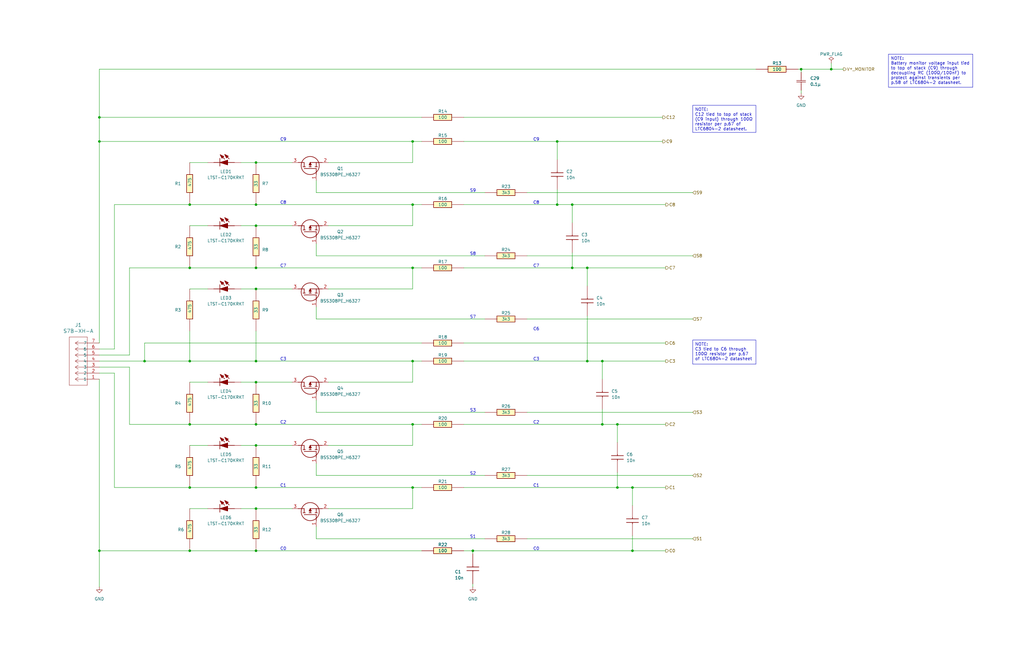
<source format=kicad_sch>
(kicad_sch (version 20230121) (generator eeschema)
  (paper "B")
  (title_block (title "Cell Filtering and Balancing") (date "2024-03-29") (rev "1") (company "AeroNU - FixedWing"))
  (lib_symbols
    (symbol "FixedWing:AC0805KRX7R8BB103" (pin_numbers hide) (pin_names (offset 0) hide)
      (property "Reference" "C" (at 8.89 6.35 0))
      (property "Value" "10n" (at 8.89 3.81 0))
      (symbol "AC0805KRX7R8BB103_1_1"
        (pin passive line (at 0 0 0) (length 5.08) (name "1") (number "1"))
        (pin passive line (at 12.7 0 180) (length 5.08) (name "2") (number "2"))
      )
    )
    (symbol "FixedWing:BSS308PE_H6327" (pin_names hide)
      (property "Reference" "Q" (at 11.43 3.81 0))
      (property "Value" "BSS308PE_H6327" (at 11.43 1.27 0))
      (symbol "BSS308PE_H6327_1_1"
        (pin passive line (at 0 0 0) (length 2.54) (name "G") (number "1"))
        (pin passive line (at 7.62 -5.08 90) (length 2.54) (name "S") (number "2"))
        (pin passive line (at 7.62 10.16 270) (length 2.54) (name "D") (number "3"))
      )
    )
    (symbol "FixedWing:CRCW0805100RFKEA" (pin_numbers hide) (pin_names (offset 0) hide)
      (property "Reference" "R" (at 13.97 6.35 0))
      (property "Value" "100" (at 13.97 3.81 0))
      (symbol "CRCW0805100RFKEA_1_1"
        (pin passive line (at 0 0 0) (length 5.08) (name "1") (number "1"))
        (pin passive line (at 17.78 0 180) (length 5.08) (name "2") (number "2"))
      )
    )
    (symbol "FixedWing:CRCW08053K30JNEA" (pin_numbers hide) (pin_names (offset 0) hide)
      (property "Reference" "R" (at 12.7 6.35 0))
      (property "Value" "3k3" (at 12.7 3.81 0))
      (symbol "CRCW08053K30JNEA_1_1"
        (pin passive line (at 0 0 0) (length 5.08) (name "1") (number "1"))
        (pin passive line (at 17.78 0 180) (length 5.08) (name "2") (number "2"))
      )
    )
    (symbol "FixedWing:CRCW0805475RFKEA" (pin_numbers hide) (pin_names (offset 0) hide)
      (property "Reference" "R" (at 13.97 6.35 0))
      (property "Value" "475" (at 13.97 3.81 0))
      (symbol "CRCW0805475RFKEA_1_1"
        (pin passive line (at 0 0 0) (length 5.08) (name "1") (number "1"))
        (pin passive line (at 17.78 0 180) (length 5.08) (name "2") (number "2"))
      )
    )
    (symbol "FixedWing:CRCW251233R0FKEG" (pin_numbers hide) (pin_names (offset 0) hide)
      (property "Reference" "R" (at 13.97 6.35 0))
      (property "Value" "33" (at 13.97 3.81 0))
      (symbol "CRCW251233R0FKEG_1_1"
        (pin passive line (at 0 0 0) (length 5.08) (name "1") (number "1"))
        (pin passive line (at 17.78 0 180) (length 5.08) (name "2") (number "2"))
      )
    )
    (symbol "FixedWing:GCM21BR72A104KA37L" (pin_numbers hide) (pin_names (offset 0) hide)
      (property "Reference" "C" (at 3.81 3.81 0))
      (property "Value" "0.1µ" (at 3.81 -3.81 0))
      (symbol "GCM21BR72A104KA37L_1_1"
        (pin unspecified line (at 0 0 0) (length 2.54) (name "") (number "1"))
        (pin unspecified line (at 7.62 0 180) (length 2.54) (name "") (number "2"))
      )
      (symbol "GCM21BR72A104KA37L_1_2"
        (pin unspecified line (at 0 0 270) (length 2.54) (name "") (number "1"))
        (pin unspecified line (at 0 -7.62 90) (length 2.54) (name "") (number "2"))
      )
    )
    (symbol "FixedWing:LTST-C170KRKT" (pin_numbers hide) (pin_names (offset 0) hide)
      (property "Reference" "LED" (at 10.795 6.858 0))
      (property "Value" "LTST-C170KRKT" (at 10.795 4.318 0))
      (symbol "LTST-C170KRKT_1_1"
        (pin passive line (at 0 0 0) (length 2.54) (name "K") (number "1"))
        (pin passive line (at 13.97 0 180) (length 2.54) (name "A") (number "2"))
      )
    )
    (symbol "FixedWing:S7B-XH-A" (pin_names (offset 0.254))
      (property "Reference" "J" (at 8.89 5.08 0))
      (property "Value" "S7B-XH-A" (at 8.89 -20.32 0))
      (symbol "S7B-XH-A_1_1"
        (pin unspecified line (at 0 0 0) (length 5.08) (name "1") (number "1"))
        (pin unspecified line (at 0 -2.54 0) (length 5.08) (name "2") (number "2"))
        (pin unspecified line (at 0 -5.08 0) (length 5.08) (name "3") (number "3"))
        (pin unspecified line (at 0 -7.62 0) (length 5.08) (name "4") (number "4"))
        (pin unspecified line (at 0 -10.16 0) (length 5.08) (name "5") (number "5"))
        (pin unspecified line (at 0 -12.7 0) (length 5.08) (name "6") (number "6"))
        (pin unspecified line (at 0 -15.24 0) (length 5.08) (name "7") (number "7"))
      )
      (symbol "S7B-XH-A_1_2"
        (pin unspecified line (at 0 0 0) (length 5.08) (name "1") (number "1"))
        (pin unspecified line (at 0 -2.54 0) (length 5.08) (name "2") (number "2"))
        (pin unspecified line (at 0 -5.08 0) (length 5.08) (name "3") (number "3"))
        (pin unspecified line (at 0 -7.62 0) (length 5.08) (name "4") (number "4"))
        (pin unspecified line (at 0 -10.16 0) (length 5.08) (name "5") (number "5"))
        (pin unspecified line (at 0 -12.7 0) (length 5.08) (name "6") (number "6"))
        (pin unspecified line (at 0 -15.24 0) (length 5.08) (name "7") (number "7"))
      )
    )
    (symbol "power:GND" (power) (pin_names (offset 0))
      (property "Value" "GND" (at 0 -3.81 0))
      (symbol "GND_1_1"
        (pin power_in line (at 0 0 270) (length 0) hide (name "GND") (number "1"))
      )
    )
    (symbol "power:PWR_FLAG" (power) (pin_numbers hide) (pin_names (offset 0) hide)
      (property "Value" "PWR_FLAG" (at 0 3.81 0))
      (symbol "PWR_FLAG_0_0"
        (pin power_out line (at 0 0 90) (length 0) (name "pwr") (number "1"))
      )
    )
  )
  (junction (at 80.01 179.07))
  (junction (at 107.95 152.4))
  (junction (at 173.99 113.03))
  (junction (at 173.99 86.36))
  (junction (at 107.95 68.58))
  (junction (at 247.65 113.03))
  (junction (at 60.96 152.4))
  (junction (at 107.95 161.29))
  (junction (at 107.95 187.96))
  (junction (at 266.7 232.41))
  (junction (at 266.7 205.74))
  (junction (at 41.91 59.69))
  (junction (at 80.01 205.74))
  (junction (at 173.99 205.74))
  (junction (at 107.95 121.92))
  (junction (at 173.99 179.07))
  (junction (at 107.95 232.41))
  (junction (at 107.95 214.63))
  (junction (at 241.3 113.03))
  (junction (at 80.01 232.41))
  (junction (at 173.99 59.69))
  (junction (at 80.01 113.03))
  (junction (at 107.95 113.03))
  (junction (at 260.35 205.74))
  (junction (at 254 179.07))
  (junction (at 107.95 179.07))
  (junction (at 80.01 86.36))
  (junction (at 107.95 205.74))
  (junction (at 199.39 232.41))
  (junction (at 254 152.4))
  (junction (at 241.3 86.36))
  (junction (at 234.95 59.69))
  (junction (at 350.52 29.21))
  (junction (at 41.91 232.41))
  (junction (at 247.65 152.4))
  (junction (at 107.95 86.36))
  (junction (at 41.91 49.53))
  (junction (at 107.95 95.25))
  (junction (at 337.82 29.21))
  (junction (at 173.99 152.4))
  (junction (at 234.95 86.36))
  (junction (at 260.35 179.07))
  (junction (at 80.01 152.4))
  (wire (pts (xy 173.99 179.07) (xy 173.99 187.96)))
  (wire (pts (xy 133.35 168.91) (xy 133.35 173.99)))
  (wire (pts (xy 54.61 113.03) (xy 80.01 113.03)))
  (wire (pts (xy 222.25 227.33) (xy 292.1 227.33)))
  (wire (pts (xy 337.82 38.1) (xy 337.82 39.37)))
  (wire (pts (xy 80.01 86.36) (xy 107.95 86.36)))
  (wire (pts (xy 41.91 49.53) (xy 177.8 49.53)))
  (wire (pts (xy 133.35 81.28) (xy 204.47 81.28)))
  (wire (pts (xy 87.63 95.25) (xy 80.01 95.25)))
  (wire (pts (xy 195.58 49.53) (xy 279.4 49.53)))
  (wire (pts (xy 199.39 232.41) (xy 195.58 232.41)))
  (wire (pts (xy 222.25 134.62) (xy 292.1 134.62)))
  (wire (pts (xy 54.61 154.94) (xy 54.61 179.07)))
  (wire (pts (xy 107.95 152.4) (xy 173.99 152.4)))
  (wire (pts (xy 41.91 154.94) (xy 54.61 154.94)))
  (wire (pts (xy 266.7 205.74) (xy 280.67 205.74)))
  (wire (pts (xy 138.43 187.96) (xy 173.99 187.96)))
  (wire (pts (xy 133.35 134.62) (xy 204.47 134.62)))
  (wire (pts (xy 54.61 179.07) (xy 80.01 179.07)))
  (wire (pts (xy 107.95 187.96) (xy 123.19 187.96)))
  (wire (pts (xy 234.95 86.36) (xy 241.3 86.36)))
  (wire (pts (xy 222.25 107.95) (xy 292.1 107.95)))
  (wire (pts (xy 133.35 107.95) (xy 204.47 107.95)))
  (wire (pts (xy 138.43 214.63) (xy 173.99 214.63)))
  (wire (pts (xy 48.26 157.48) (xy 48.26 205.74)))
  (wire (pts (xy 260.35 205.74) (xy 266.7 205.74)))
  (wire (pts (xy 173.99 152.4) (xy 177.8 152.4)))
  (wire (pts (xy 133.35 173.99) (xy 204.47 173.99)))
  (wire (pts (xy 107.95 121.92) (xy 123.19 121.92)))
  (wire (pts (xy 41.91 232.41) (xy 41.91 247.65)))
  (wire (pts (xy 107.95 179.07) (xy 173.99 179.07)))
  (wire (pts (xy 133.35 129.54) (xy 133.35 134.62)))
  (wire (pts (xy 87.63 161.29) (xy 80.01 161.29)))
  (wire (pts (xy 54.61 113.03) (xy 54.61 149.86)))
  (wire (pts (xy 195.58 113.03) (xy 241.3 113.03)))
  (wire (pts (xy 138.43 121.92) (xy 173.99 121.92)))
  (wire (pts (xy 336.55 29.21) (xy 337.82 29.21)))
  (wire (pts (xy 350.52 29.21) (xy 355.6 29.21)))
  (wire (pts (xy 41.91 232.41) (xy 80.01 232.41)))
  (wire (pts (xy 87.63 187.96) (xy 80.01 187.96)))
  (wire (pts (xy 195.58 86.36) (xy 234.95 86.36)))
  (wire (pts (xy 41.91 157.48) (xy 48.26 157.48)))
  (wire (pts (xy 133.35 102.87) (xy 133.35 107.95)))
  (wire (pts (xy 107.95 232.41) (xy 177.8 232.41)))
  (wire (pts (xy 260.35 179.07) (xy 260.35 186.69)))
  (wire (pts (xy 173.99 59.69) (xy 173.99 68.58)))
  (wire (pts (xy 107.95 187.96) (xy 101.6 187.96)))
  (wire (pts (xy 60.96 152.4) (xy 80.01 152.4)))
  (wire (pts (xy 107.95 86.36) (xy 173.99 86.36)))
  (wire (pts (xy 260.35 199.39) (xy 260.35 205.74)))
  (wire (pts (xy 241.3 86.36) (xy 241.3 93.98)))
  (wire (pts (xy 260.35 179.07) (xy 280.67 179.07)))
  (wire (pts (xy 247.65 152.4) (xy 254 152.4)))
  (wire (pts (xy 41.91 160.02) (xy 41.91 232.41)))
  (wire (pts (xy 133.35 200.66) (xy 204.47 200.66)))
  (wire (pts (xy 266.7 205.74) (xy 266.7 213.36)))
  (wire (pts (xy 241.3 113.03) (xy 247.65 113.03)))
  (wire (pts (xy 337.82 29.21) (xy 350.52 29.21)))
  (wire (pts (xy 173.99 179.07) (xy 177.8 179.07)))
  (wire (pts (xy 266.7 226.06) (xy 266.7 232.41)))
  (wire (pts (xy 41.91 29.21) (xy 318.77 29.21)))
  (wire (pts (xy 41.91 59.69) (xy 173.99 59.69)))
  (wire (pts (xy 48.26 205.74) (xy 80.01 205.74)))
  (wire (pts (xy 107.95 95.25) (xy 123.19 95.25)))
  (wire (pts (xy 173.99 205.74) (xy 177.8 205.74)))
  (wire (pts (xy 41.91 49.53) (xy 41.91 59.69)))
  (wire (pts (xy 138.43 161.29) (xy 173.99 161.29)))
  (wire (pts (xy 173.99 86.36) (xy 177.8 86.36)))
  (wire (pts (xy 173.99 59.69) (xy 177.8 59.69)))
  (wire (pts (xy 133.35 227.33) (xy 204.47 227.33)))
  (wire (pts (xy 80.01 179.07) (xy 107.95 179.07)))
  (wire (pts (xy 107.95 214.63) (xy 101.6 214.63)))
  (wire (pts (xy 107.95 68.58) (xy 101.6 68.58)))
  (wire (pts (xy 234.95 59.69) (xy 234.95 67.31)))
  (wire (pts (xy 41.91 29.21) (xy 41.91 49.53)))
  (wire (pts (xy 195.58 152.4) (xy 247.65 152.4)))
  (wire (pts (xy 234.95 80.01) (xy 234.95 86.36)))
  (wire (pts (xy 107.95 68.58) (xy 123.19 68.58)))
  (wire (pts (xy 101.6 161.29) (xy 107.95 161.29)))
  (wire (pts (xy 173.99 205.74) (xy 173.99 214.63)))
  (wire (pts (xy 241.3 106.68) (xy 241.3 113.03)))
  (wire (pts (xy 87.63 68.58) (xy 80.01 68.58)))
  (wire (pts (xy 80.01 152.4) (xy 107.95 152.4)))
  (wire (pts (xy 247.65 113.03) (xy 247.65 120.65)))
  (wire (pts (xy 80.01 205.74) (xy 107.95 205.74)))
  (wire (pts (xy 266.7 232.41) (xy 280.67 232.41)))
  (wire (pts (xy 173.99 113.03) (xy 177.8 113.03)))
  (wire (pts (xy 199.39 246.38) (xy 199.39 247.65)))
  (wire (pts (xy 241.3 86.36) (xy 280.67 86.36)))
  (wire (pts (xy 107.95 95.25) (xy 101.6 95.25)))
  (wire (pts (xy 107.95 205.74) (xy 173.99 205.74)))
  (wire (pts (xy 195.58 205.74) (xy 260.35 205.74)))
  (wire (pts (xy 234.95 59.69) (xy 279.4 59.69)))
  (wire (pts (xy 222.25 81.28) (xy 292.1 81.28)))
  (wire (pts (xy 138.43 95.25) (xy 173.99 95.25)))
  (wire (pts (xy 195.58 179.07) (xy 254 179.07)))
  (wire (pts (xy 41.91 152.4) (xy 60.96 152.4)))
  (wire (pts (xy 107.95 139.7) (xy 107.95 152.4)))
  (wire (pts (xy 254 179.07) (xy 260.35 179.07)))
  (wire (pts (xy 107.95 121.92) (xy 101.6 121.92)))
  (wire (pts (xy 133.35 222.25) (xy 133.35 227.33)))
  (wire (pts (xy 107.95 113.03) (xy 173.99 113.03)))
  (wire (pts (xy 41.91 149.86) (xy 54.61 149.86)))
  (wire (pts (xy 254 172.72) (xy 254 179.07)))
  (wire (pts (xy 337.82 30.48) (xy 337.82 29.21)))
  (wire (pts (xy 48.26 86.36) (xy 48.26 147.32)))
  (wire (pts (xy 107.95 161.29) (xy 123.19 161.29)))
  (wire (pts (xy 247.65 113.03) (xy 280.67 113.03)))
  (wire (pts (xy 247.65 133.35) (xy 247.65 152.4)))
  (wire (pts (xy 41.91 59.69) (xy 41.91 144.78)))
  (wire (pts (xy 107.95 214.63) (xy 123.19 214.63)))
  (wire (pts (xy 195.58 59.69) (xy 234.95 59.69)))
  (wire (pts (xy 173.99 152.4) (xy 173.99 161.29)))
  (wire (pts (xy 41.91 147.32) (xy 48.26 147.32)))
  (wire (pts (xy 48.26 86.36) (xy 80.01 86.36)))
  (wire (pts (xy 254 152.4) (xy 254 160.02)))
  (wire (pts (xy 199.39 232.41) (xy 199.39 233.68)))
  (wire (pts (xy 173.99 86.36) (xy 173.99 95.25)))
  (wire (pts (xy 60.96 144.78) (xy 60.96 152.4)))
  (wire (pts (xy 87.63 214.63) (xy 80.01 214.63)))
  (wire (pts (xy 87.63 121.92) (xy 80.01 121.92)))
  (wire (pts (xy 254 152.4) (xy 280.67 152.4)))
  (wire (pts (xy 138.43 68.58) (xy 173.99 68.58)))
  (wire (pts (xy 350.52 26.67) (xy 350.52 29.21)))
  (wire (pts (xy 177.8 144.78) (xy 60.96 144.78)))
  (wire (pts (xy 80.01 232.41) (xy 107.95 232.41)))
  (wire (pts (xy 133.35 76.2) (xy 133.35 81.28)))
  (wire (pts (xy 222.25 173.99) (xy 292.1 173.99)))
  (wire (pts (xy 173.99 113.03) (xy 173.99 121.92)))
  (wire (pts (xy 80.01 113.03) (xy 107.95 113.03)))
  (wire (pts (xy 80.01 139.7) (xy 80.01 152.4)))
  (wire (pts (xy 133.35 195.58) (xy 133.35 200.66)))
  (wire (pts (xy 195.58 144.78) (xy 280.67 144.78)))
  (wire (pts (xy 222.25 200.66) (xy 292.1 200.66)))
  (wire (pts (xy 199.39 232.41) (xy 266.7 232.41)))
  (text_box "NOTE:\nC3 tied to C6 through 100Ω resistor per p.67 of LTC6804-2 datasheet" (at 292.1 143.51 0) (size 26.67 10.16) (effects (font (size 1.27 1.27)) (justify left top)))
  (text_box "NOTE:\nBattery monitor voltage input tied to top of stack (C9) through decoupling RC (100Ω/100nF) to protect against transients per p.58 of LTC6804-2 datasheet." (at 374.65 22.86 0) (size 35.56 13.97) (effects (font (size 1.27 1.27)) (justify left top)))
  (text_box "NOTE:\nC12 tied to top of stack (C9 input) through 100Ω resistor per p.67 of LTC6804-2 datasheet." (at 292.1 44.45 0) (size 26.67 11.43) (effects (font (size 1.27 1.27)) (justify left top)))
  (text "C8" (at 118.11 86.36 0) (effects (font (size 1.27 1.27)) (justify left bottom)))
  (text "C9" (at 224.79 59.69 0) (effects (font (size 1.27 1.27)) (justify left bottom)))
  (text "C1" (at 224.79 205.74 0) (effects (font (size 1.27 1.27)) (justify left bottom)))
  (text "C9" (at 118.11 59.69 0) (effects (font (size 1.27 1.27)) (justify left bottom)))
  (text "S2" (at 198.12 200.66 0) (effects (font (size 1.27 1.27)) (justify left bottom)))
  (text "C8" (at 224.79 86.36 0) (effects (font (size 1.27 1.27)) (justify left bottom)))
  (text "C0" (at 118.11 232.41 0) (effects (font (size 1.27 1.27)) (justify left bottom)))
  (text "C2" (at 118.11 179.07 0) (effects (font (size 1.27 1.27)) (justify left bottom)))
  (text "C2" (at 224.79 179.07 0) (effects (font (size 1.27 1.27)) (justify left bottom)))
  (text "C7" (at 118.11 113.03 0) (effects (font (size 1.27 1.27)) (justify left bottom)))
  (text "S7" (at 198.12 134.62 0) (effects (font (size 1.27 1.27)) (justify left bottom)))
  (text "C1" (at 118.11 205.74 0) (effects (font (size 1.27 1.27)) (justify left bottom)))
  (text "C6" (at 224.79 139.7 0) (effects (font (size 1.27 1.27)) (justify left bottom)))
  (text "C7" (at 224.79 113.03 0) (effects (font (size 1.27 1.27)) (justify left bottom)))
  (text "S3" (at 198.12 173.99 0) (effects (font (size 1.27 1.27)) (justify left bottom)))
  (text "S9" (at 198.12 81.28 0) (effects (font (size 1.27 1.27)) (justify left bottom)))
  (text "C3" (at 224.79 152.4 0) (effects (font (size 1.27 1.27)) (justify left bottom)))
  (text "C3" (at 118.11 152.4 0) (effects (font (size 1.27 1.27)) (justify left bottom)))
  (text "S1" (at 198.12 227.33 0) (effects (font (size 1.27 1.27)) (justify left bottom)))
  (text "C0" (at 224.79 232.41 0) (effects (font (size 1.27 1.27)) (justify left bottom)))
  (text "S8" (at 198.12 107.95 0) (effects (font (size 1.27 1.27)) (justify left bottom)))
  (hierarchical_label "C0" (shape output) (at 280.67 232.41 0))
  (hierarchical_label "V^{+}_MONITOR" (shape output) (at 355.6 29.21 0))
  (hierarchical_label "C12" (shape output) (at 279.4 49.53 0))
  (hierarchical_label "S9" (shape input) (at 292.1 81.28 0))
  (hierarchical_label "C7" (shape output) (at 280.67 113.03 0))
  (hierarchical_label "C2" (shape output) (at 280.67 179.07 0))
  (hierarchical_label "S8" (shape input) (at 292.1 107.95 0))
  (hierarchical_label "S7" (shape input) (at 292.1 134.62 0))
  (hierarchical_label "C3" (shape output) (at 280.67 152.4 0))
  (hierarchical_label "S3" (shape input) (at 292.1 173.99 0))
  (hierarchical_label "C9" (shape output) (at 279.4 59.69 0))
  (hierarchical_label "S1" (shape input) (at 292.1 227.33 0))
  (hierarchical_label "C8" (shape output) (at 280.67 86.36 0))
  (hierarchical_label "S2" (shape input) (at 292.1 200.66 0))
  (hierarchical_label "C1" (shape output) (at 280.67 205.74 0))
  (hierarchical_label "C6" (shape output) (at 280.67 144.78 0))
  (symbol (lib_id "power:GND") (at 41.91 247.65 0) (unit 1)
    (property "Reference" "#PWR01" (effects hide))
    (property "Value" "GND" (at 41.91 252.73 0))
  )
  (symbol (lib_id "FixedWing:CRCW251233R0FKEG") (at 107.95 205.74 90) (unit 1)
    (property "Reference" "R11" (at 110.49 196.85 90) (effects (justify right)))
    (property "Value" "33" (at 107.95 195.58 0) (effects (justify right)))
    (property "Footprint" "FixedWing:RESC6332X70N" (effects hide))
    (property "Datasheet" "http://www.vishay.com/docs/20035/dcrcwe3.pdf" (effects hide))
    (property "Height" "0.7" (effects hide))
    (property "Manufacturer_Name" "Vishay" (effects hide))
    (property "Manufacturer_Part_Number" "CRCW251233R0FKEG" (effects hide))
  )
  (symbol (lib_id "FixedWing:AC0805KRX7R8BB103") (at 241.3 93.98 270) (unit 1)
    (property "Reference" "C3" (at 245.11 99.06 90) (effects (justify left)))
    (property "Value" "10n" (at 245.11 101.6 90) (effects (justify left)))
    (property "Footprint" "FixedWing:CAPC2012X95N" (effects hide))
    (property "Datasheet" "https://www.yageo.com/en/ProductSearch/PartNumberSearch?part_number=AC0805KRX7R8BB103" (effects hide))
    (property "Height" "0.95" (effects hide))
    (property "Mouser Part Number" "603-AC805KRX7R8BB103" (effects hide))
    (property "Mouser Price/Stock" "https://www.mouser.co.uk/ProductDetail/YAGEO/AC0805KRX7R8BB103?qs=WS5Jv%252B%252Bx1qWanT8XqjMqIQ%3D%3D" (effects hide))
    (property "Manufacturer_Name" "YAGEO" (effects hide))
    (property "Manufacturer_Part_Number" "AC0805KRX7R8BB103" (effects hide))
  )
  (symbol (lib_id "FixedWing:AC0805KRX7R8BB103") (at 266.7 213.36 270) (unit 1)
    (property "Reference" "C7" (at 270.51 218.44 90) (effects (justify left)))
    (property "Value" "10n" (at 270.51 220.98 90) (effects (justify left)))
    (property "Footprint" "FixedWing:CAPC2012X95N" (effects hide))
    (property "Datasheet" "https://www.yageo.com/en/ProductSearch/PartNumberSearch?part_number=AC0805KRX7R8BB103" (effects hide))
    (property "Height" "0.95" (effects hide))
    (property "Mouser Part Number" "603-AC805KRX7R8BB103" (effects hide))
    (property "Mouser Price/Stock" "https://www.mouser.co.uk/ProductDetail/YAGEO/AC0805KRX7R8BB103?qs=WS5Jv%252B%252Bx1qWanT8XqjMqIQ%3D%3D" (effects hide))
    (property "Manufacturer_Name" "YAGEO" (effects hide))
    (property "Manufacturer_Part_Number" "AC0805KRX7R8BB103" (effects hide))
  )
  (symbol (lib_id "FixedWing:BSS308PE_H6327") (at 133.35 195.58 90) (unit 1)
    (property "Reference" "Q5" (at 143.51 190.5 90))
    (property "Value" "BSS308PE_H6327" (at 143.51 193.04 90))
    (property "Footprint" "SOT95P260X110-3N" (effects hide))
    (property "Datasheet" "https://componentsearchengine.com/Datasheets/1/BSS308PE H6327.pdf" (effects hide))
    (property "Height" "1.1" (effects hide))
    (property "Mouser Part Number" "726-BSS308PEH6327" (effects hide))
    (property "Mouser Price/Stock" "https://www.mouser.co.uk/ProductDetail/Infineon-Technologies/BSS308PE-H6327?qs=oPPfIaWL1l0trIaeR9VW8A%3D%3D" (effects hide))
    (property "Manufacturer_Name" "Infineon" (effects hide))
    (property "Manufacturer_Part_Number" "BSS308PE H6327" (effects hide))
  )
  (symbol (lib_id "power:GND") (at 337.82 39.37 0) (unit 1)
    (property "Reference" "#PWR033" (effects hide))
    (property "Value" "GND" (at 337.82 44.45 0))
  )
  (symbol (lib_id "FixedWing:CRCW0805100RFKEA") (at 177.8 179.07 0) (unit 1)
    (property "Reference" "R20" (at 186.69 176.53 0))
    (property "Value" "100" (at 186.69 179.07 0))
    (property "Footprint" "RESC2012X50N" (effects hide))
    (property "Datasheet" "http://www.vishay.com/docs/20035/dcrcwe3.pdf" (effects hide))
    (property "Height" "0.5" (effects hide))
    (property "Mouser Part Number" "71-CRCW0805-100-E3" (effects hide))
    (property "Mouser Price/Stock" "https://www.mouser.co.uk/ProductDetail/Vishay-Dale/CRCW0805100RFKEA?qs=LOX6nxTstiYDPDKmuLyNLw%3D%3D" (effects hide))
    (property "Manufacturer_Name" "Vishay" (effects hide))
    (property "Manufacturer_Part_Number" "CRCW0805100RFKEA" (effects hide))
  )
  (symbol (lib_id "FixedWing:CRCW0805100RFKEA") (at 318.77 29.21 0) (unit 1)
    (property "Reference" "R13" (at 327.66 26.67 0))
    (property "Value" "100" (at 327.66 29.21 0))
    (property "Footprint" "RESC2012X50N" (effects hide))
    (property "Datasheet" "http://www.vishay.com/docs/20035/dcrcwe3.pdf" (effects hide))
    (property "Height" "0.5" (effects hide))
    (property "Mouser Part Number" "71-CRCW0805-100-E3" (effects hide))
    (property "Mouser Price/Stock" "https://www.mouser.co.uk/ProductDetail/Vishay-Dale/CRCW0805100RFKEA?qs=LOX6nxTstiYDPDKmuLyNLw%3D%3D" (effects hide))
    (property "Manufacturer_Name" "Vishay" (effects hide))
    (property "Manufacturer_Part_Number" "CRCW0805100RFKEA" (effects hide))
  )
  (symbol (lib_id "FixedWing:CRCW0805475RFKEA") (at 80.01 86.36 90) (unit 1)
    (property "Reference" "R1" (at 73.66 77.47 90) (effects (justify right)))
    (property "Value" "475" (at 80.01 74.93 0) (effects (justify right)))
    (property "Footprint" "RESC2012X50N" (effects hide))
    (property "Datasheet" "http://www.vishay.com/docs/20035/dcrcwe3.pdf" (effects hide))
    (property "Height" "0.5" (effects hide))
    (property "Mouser Part Number" "71-CRCW0805-475-E3" (effects hide))
    (property "Mouser Price/Stock" "https://www.mouser.co.uk/ProductDetail/Vishay-Dale/CRCW0805475RFKEA?qs=H9nSDuxQXAGtYh6oNsznQg%3D%3D" (effects hide))
    (property "Manufacturer_Name" "Vishay" (effects hide))
    (property "Manufacturer_Part_Number" "CRCW0805475RFKEA" (effects hide))
  )
  (symbol (lib_id "FixedWing:BSS308PE_H6327") (at 133.35 222.25 90) (unit 1)
    (property "Reference" "Q6" (at 143.51 217.17 90))
    (property "Value" "BSS308PE_H6327" (at 143.51 219.71 90))
    (property "Footprint" "SOT95P260X110-3N" (effects hide))
    (property "Datasheet" "https://componentsearchengine.com/Datasheets/1/BSS308PE H6327.pdf" (effects hide))
    (property "Height" "1.1" (effects hide))
    (property "Mouser Part Number" "726-BSS308PEH6327" (effects hide))
    (property "Mouser Price/Stock" "https://www.mouser.co.uk/ProductDetail/Infineon-Technologies/BSS308PE-H6327?qs=oPPfIaWL1l0trIaeR9VW8A%3D%3D" (effects hide))
    (property "Manufacturer_Name" "Infineon" (effects hide))
    (property "Manufacturer_Part_Number" "BSS308PE H6327" (effects hide))
  )
  (symbol (lib_id "FixedWing:LTST-C170KRKT") (at 87.63 187.96 0) (unit 1)
    (property "Reference" "LED5" (at 95.25 191.77 0))
    (property "Value" "LTST-C170KRKT" (at 95.25 194.31 0))
    (property "Footprint" "LEDC2012X120N" (effects hide))
    (property "Datasheet" "https://componentsearchengine.com/Datasheets/1/LTST-C170KRKT.pdf" (effects hide))
    (property "Height" "1.2" (effects hide))
    (property "Mouser Part Number" "859-LTST-C170KRKT" (effects hide))
    (property "Mouser Price/Stock" "https://www.mouser.co.uk/ProductDetail/Lite-On/LTST-C170KRKT?qs=NUb82WqeCyrVOID%2Fxt4rgA%3D%3D" (effects hide))
    (property "Manufacturer_Name" "Lite-On" (effects hide))
    (property "Manufacturer_Part_Number" "LTST-C170KRKT" (effects hide))
  )
  (symbol (lib_id "FixedWing:CRCW08053K30JNEA") (at 222.25 81.28 0) (mirror y) (unit 1)
    (property "Reference" "R23" (at 213.36 78.74 0))
    (property "Value" "3k3" (at 213.36 81.28 0))
    (property "Footprint" "RESC2012X50N" (effects hide))
    (property "Datasheet" "http://www.vishay.com/docs/20035/dcrcwe3.pdf" (effects hide))
    (property "Height" "0.5" (effects hide))
    (property "Mouser Part Number" "71-CRCW08053K30JNEA" (effects hide))
    (property "Mouser Price/Stock" "https://www.mouser.co.uk/ProductDetail/Vishay-Dale/CRCW08053K30JNEA?qs=kJXytlGtIWm66zs041a78Q%3D%3D" (effects hide))
    (property "Manufacturer_Name" "Vishay" (effects hide))
    (property "Manufacturer_Part_Number" "CRCW08053K30JNEA" (effects hide))
  )
  (symbol (lib_id "FixedWing:CRCW0805475RFKEA") (at 80.01 139.7 90) (unit 1)
    (property "Reference" "R3" (at 73.66 130.81 90) (effects (justify right)))
    (property "Value" "475" (at 80.01 128.27 0) (effects (justify right)))
    (property "Footprint" "RESC2012X50N" (effects hide))
    (property "Datasheet" "http://www.vishay.com/docs/20035/dcrcwe3.pdf" (effects hide))
    (property "Height" "0.5" (effects hide))
    (property "Mouser Part Number" "71-CRCW0805-475-E3" (effects hide))
    (property "Mouser Price/Stock" "https://www.mouser.co.uk/ProductDetail/Vishay-Dale/CRCW0805475RFKEA?qs=H9nSDuxQXAGtYh6oNsznQg%3D%3D" (effects hide))
    (property "Manufacturer_Name" "Vishay" (effects hide))
    (property "Manufacturer_Part_Number" "CRCW0805475RFKEA" (effects hide))
  )
  (symbol (lib_id "FixedWing:AC0805KRX7R8BB103") (at 234.95 67.31 270) (unit 1)
    (property "Reference" "C2" (at 238.76 72.39 90) (effects (justify left)))
    (property "Value" "10n" (at 238.76 74.93 90) (effects (justify left)))
    (property "Footprint" "FixedWing:CAPC2012X95N" (effects hide))
    (property "Datasheet" "https://www.yageo.com/en/ProductSearch/PartNumberSearch?part_number=AC0805KRX7R8BB103" (effects hide))
    (property "Height" "0.95" (effects hide))
    (property "Mouser Part Number" "603-AC805KRX7R8BB103" (effects hide))
    (property "Mouser Price/Stock" "https://www.mouser.co.uk/ProductDetail/YAGEO/AC0805KRX7R8BB103?qs=WS5Jv%252B%252Bx1qWanT8XqjMqIQ%3D%3D" (effects hide))
    (property "Manufacturer_Name" "YAGEO" (effects hide))
    (property "Manufacturer_Part_Number" "AC0805KRX7R8BB103" (effects hide))
  )
  (symbol (lib_id "FixedWing:LTST-C170KRKT") (at 87.63 214.63 0) (unit 1)
    (property "Reference" "LED6" (at 95.25 218.44 0))
    (property "Value" "LTST-C170KRKT" (at 95.25 220.98 0))
    (property "Footprint" "LEDC2012X120N" (effects hide))
    (property "Datasheet" "https://componentsearchengine.com/Datasheets/1/LTST-C170KRKT.pdf" (effects hide))
    (property "Height" "1.2" (effects hide))
    (property "Mouser Part Number" "859-LTST-C170KRKT" (effects hide))
    (property "Mouser Price/Stock" "https://www.mouser.co.uk/ProductDetail/Lite-On/LTST-C170KRKT?qs=NUb82WqeCyrVOID%2Fxt4rgA%3D%3D" (effects hide))
    (property "Manufacturer_Name" "Lite-On" (effects hide))
    (property "Manufacturer_Part_Number" "LTST-C170KRKT" (effects hide))
  )
  (symbol (lib_id "FixedWing:AC0805KRX7R8BB103") (at 199.39 233.68 270) (unit 1)
    (property "Reference" "C1" (at 191.77 241.3 90) (effects (justify left)))
    (property "Value" "10n" (at 191.77 243.84 90) (effects (justify left)))
    (property "Footprint" "FixedWing:CAPC2012X95N" (effects hide))
    (property "Datasheet" "https://www.yageo.com/en/ProductSearch/PartNumberSearch?part_number=AC0805KRX7R8BB103" (effects hide))
    (property "Height" "0.95" (effects hide))
    (property "Mouser Part Number" "603-AC805KRX7R8BB103" (effects hide))
    (property "Mouser Price/Stock" "https://www.mouser.co.uk/ProductDetail/YAGEO/AC0805KRX7R8BB103?qs=WS5Jv%252B%252Bx1qWanT8XqjMqIQ%3D%3D" (effects hide))
    (property "Manufacturer_Name" "YAGEO" (effects hide))
    (property "Manufacturer_Part_Number" "AC0805KRX7R8BB103" (effects hide))
  )
  (symbol (lib_id "FixedWing:CRCW0805100RFKEA") (at 177.8 144.78 0) (unit 1)
    (property "Reference" "R18" (at 186.69 142.24 0))
    (property "Value" "100" (at 186.69 144.78 0))
    (property "Footprint" "RESC2012X50N" (effects hide))
    (property "Datasheet" "http://www.vishay.com/docs/20035/dcrcwe3.pdf" (effects hide))
    (property "Height" "0.5" (effects hide))
    (property "Mouser Part Number" "71-CRCW0805-100-E3" (effects hide))
    (property "Mouser Price/Stock" "https://www.mouser.co.uk/ProductDetail/Vishay-Dale/CRCW0805100RFKEA?qs=LOX6nxTstiYDPDKmuLyNLw%3D%3D" (effects hide))
    (property "Manufacturer_Name" "Vishay" (effects hide))
    (property "Manufacturer_Part_Number" "CRCW0805100RFKEA" (effects hide))
  )
  (symbol (lib_id "FixedWing:CRCW0805475RFKEA") (at 80.01 113.03 90) (unit 1)
    (property "Reference" "R2" (at 73.66 104.14 90) (effects (justify right)))
    (property "Value" "475" (at 80.01 101.6 0) (effects (justify right)))
    (property "Footprint" "RESC2012X50N" (effects hide))
    (property "Datasheet" "http://www.vishay.com/docs/20035/dcrcwe3.pdf" (effects hide))
    (property "Height" "0.5" (effects hide))
    (property "Mouser Part Number" "71-CRCW0805-475-E3" (effects hide))
    (property "Mouser Price/Stock" "https://www.mouser.co.uk/ProductDetail/Vishay-Dale/CRCW0805475RFKEA?qs=H9nSDuxQXAGtYh6oNsznQg%3D%3D" (effects hide))
    (property "Manufacturer_Name" "Vishay" (effects hide))
    (property "Manufacturer_Part_Number" "CRCW0805475RFKEA" (effects hide))
  )
  (symbol (lib_id "FixedWing:CRCW08053K30JNEA") (at 222.25 173.99 0) (mirror y) (unit 1)
    (property "Reference" "R26" (at 213.36 171.45 0))
    (property "Value" "3k3" (at 213.36 173.99 0))
    (property "Footprint" "RESC2012X50N" (effects hide))
    (property "Datasheet" "http://www.vishay.com/docs/20035/dcrcwe3.pdf" (effects hide))
    (property "Height" "0.5" (effects hide))
    (property "Mouser Part Number" "71-CRCW08053K30JNEA" (effects hide))
    (property "Mouser Price/Stock" "https://www.mouser.co.uk/ProductDetail/Vishay-Dale/CRCW08053K30JNEA?qs=kJXytlGtIWm66zs041a78Q%3D%3D" (effects hide))
    (property "Manufacturer_Name" "Vishay" (effects hide))
    (property "Manufacturer_Part_Number" "CRCW08053K30JNEA" (effects hide))
  )
  (symbol (lib_id "FixedWing:LTST-C170KRKT") (at 87.63 95.25 0) (unit 1)
    (property "Reference" "LED2" (at 95.25 99.06 0))
    (property "Value" "LTST-C170KRKT" (at 95.25 101.6 0))
    (property "Footprint" "LEDC2012X120N" (effects hide))
    (property "Datasheet" "https://componentsearchengine.com/Datasheets/1/LTST-C170KRKT.pdf" (effects hide))
    (property "Height" "1.2" (effects hide))
    (property "Mouser Part Number" "859-LTST-C170KRKT" (effects hide))
    (property "Mouser Price/Stock" "https://www.mouser.co.uk/ProductDetail/Lite-On/LTST-C170KRKT?qs=NUb82WqeCyrVOID%2Fxt4rgA%3D%3D" (effects hide))
    (property "Manufacturer_Name" "Lite-On" (effects hide))
    (property "Manufacturer_Part_Number" "LTST-C170KRKT" (effects hide))
  )
  (symbol (lib_id "FixedWing:CRCW0805100RFKEA") (at 177.8 152.4 0) (unit 1)
    (property "Reference" "R19" (at 186.69 149.86 0))
    (property "Value" "100" (at 186.69 152.4 0))
    (property "Footprint" "RESC2012X50N" (effects hide))
    (property "Datasheet" "http://www.vishay.com/docs/20035/dcrcwe3.pdf" (effects hide))
    (property "Height" "0.5" (effects hide))
    (property "Mouser Part Number" "71-CRCW0805-100-E3" (effects hide))
    (property "Mouser Price/Stock" "https://www.mouser.co.uk/ProductDetail/Vishay-Dale/CRCW0805100RFKEA?qs=LOX6nxTstiYDPDKmuLyNLw%3D%3D" (effects hide))
    (property "Manufacturer_Name" "Vishay" (effects hide))
    (property "Manufacturer_Part_Number" "CRCW0805100RFKEA" (effects hide))
  )
  (symbol (lib_id "FixedWing:CRCW08053K30JNEA") (at 222.25 134.62 0) (mirror y) (unit 1)
    (property "Reference" "R25" (at 213.36 132.08 0))
    (property "Value" "3k3" (at 213.36 134.62 0))
    (property "Footprint" "RESC2012X50N" (effects hide))
    (property "Datasheet" "http://www.vishay.com/docs/20035/dcrcwe3.pdf" (effects hide))
    (property "Height" "0.5" (effects hide))
    (property "Mouser Part Number" "71-CRCW08053K30JNEA" (effects hide))
    (property "Mouser Price/Stock" "https://www.mouser.co.uk/ProductDetail/Vishay-Dale/CRCW08053K30JNEA?qs=kJXytlGtIWm66zs041a78Q%3D%3D" (effects hide))
    (property "Manufacturer_Name" "Vishay" (effects hide))
    (property "Manufacturer_Part_Number" "CRCW08053K30JNEA" (effects hide))
  )
  (symbol (lib_id "FixedWing:BSS308PE_H6327") (at 133.35 102.87 90) (unit 1)
    (property "Reference" "Q2" (at 143.51 97.79 90))
    (property "Value" "BSS308PE_H6327" (at 143.51 100.33 90))
    (property "Footprint" "SOT95P260X110-3N" (effects hide))
    (property "Datasheet" "https://componentsearchengine.com/Datasheets/1/BSS308PE H6327.pdf" (effects hide))
    (property "Height" "1.1" (effects hide))
    (property "Mouser Part Number" "726-BSS308PEH6327" (effects hide))
    (property "Mouser Price/Stock" "https://www.mouser.co.uk/ProductDetail/Infineon-Technologies/BSS308PE-H6327?qs=oPPfIaWL1l0trIaeR9VW8A%3D%3D" (effects hide))
    (property "Manufacturer_Name" "Infineon" (effects hide))
    (property "Manufacturer_Part_Number" "BSS308PE H6327" (effects hide))
  )
  (symbol (lib_id "FixedWing:GCM21BR72A104KA37L") (at 337.82 38.1 90) (unit 1)
    (property "Reference" "C29" (at 341.63 33.02 90) (effects (justify right)))
    (property "Value" "0.1µ" (at 341.63 35.56 90) (effects (justify right)))
    (property "Footprint" "FixedWing:G-21_MUR" (effects hide))
    (property "Datasheet" "https://search.murata.co.jp/Ceramy/image/img/A01X/G101/ENG/GCJ21BR71A106KE01-01A.pdf" (effects hide))
    (property "Manufacturer" "Murata Electronics" (effects hide))
    (property "Manufacturer Part Number" "GCM21BR72A104KA37L" (effects hide))
  )
  (symbol (lib_id "FixedWing:CRCW251233R0FKEG") (at 107.95 232.41 90) (unit 1)
    (property "Reference" "R12" (at 110.49 223.52 90) (effects (justify right)))
    (property "Value" "33" (at 107.95 222.25 0) (effects (justify right)))
    (property "Footprint" "FixedWing:RESC6332X70N" (effects hide))
    (property "Datasheet" "http://www.vishay.com/docs/20035/dcrcwe3.pdf" (effects hide))
    (property "Height" "0.7" (effects hide))
    (property "Manufacturer_Name" "Vishay" (effects hide))
    (property "Manufacturer_Part_Number" "CRCW251233R0FKEG" (effects hide))
  )
  (symbol (lib_id "FixedWing:CRCW0805475RFKEA") (at 80.01 232.41 90) (unit 1)
    (property "Reference" "R6" (at 74.93 223.52 90) (effects (justify right)))
    (property "Value" "475" (at 80.01 220.98 0) (effects (justify right)))
    (property "Footprint" "RESC2012X50N" (effects hide))
    (property "Datasheet" "http://www.vishay.com/docs/20035/dcrcwe3.pdf" (effects hide))
    (property "Height" "0.5" (effects hide))
    (property "Mouser Part Number" "71-CRCW0805-475-E3" (effects hide))
    (property "Mouser Price/Stock" "https://www.mouser.co.uk/ProductDetail/Vishay-Dale/CRCW0805475RFKEA?qs=H9nSDuxQXAGtYh6oNsznQg%3D%3D" (effects hide))
    (property "Manufacturer_Name" "Vishay" (effects hide))
    (property "Manufacturer_Part_Number" "CRCW0805475RFKEA" (effects hide))
  )
  (symbol (lib_id "FixedWing:LTST-C170KRKT") (at 87.63 68.58 0) (unit 1)
    (property "Reference" "LED1" (at 95.25 72.39 0))
    (property "Value" "LTST-C170KRKT" (at 95.25 74.93 0))
    (property "Footprint" "LEDC2012X120N" (effects hide))
    (property "Datasheet" "https://componentsearchengine.com/Datasheets/1/LTST-C170KRKT.pdf" (effects hide))
    (property "Height" "1.2" (effects hide))
    (property "Mouser Part Number" "859-LTST-C170KRKT" (effects hide))
    (property "Mouser Price/Stock" "https://www.mouser.co.uk/ProductDetail/Lite-On/LTST-C170KRKT?qs=NUb82WqeCyrVOID%2Fxt4rgA%3D%3D" (effects hide))
    (property "Manufacturer_Name" "Lite-On" (effects hide))
    (property "Manufacturer_Part_Number" "LTST-C170KRKT" (effects hide))
  )
  (symbol (lib_id "FixedWing:CRCW251233R0FKEG") (at 107.95 179.07 90) (unit 1)
    (property "Reference" "R10" (at 110.49 170.18 90) (effects (justify right)))
    (property "Value" "33" (at 107.95 168.91 0) (effects (justify right)))
    (property "Footprint" "FixedWing:RESC6332X70N" (effects hide))
    (property "Datasheet" "http://www.vishay.com/docs/20035/dcrcwe3.pdf" (effects hide))
    (property "Height" "0.7" (effects hide))
    (property "Manufacturer_Name" "Vishay" (effects hide))
    (property "Manufacturer_Part_Number" "CRCW251233R0FKEG" (effects hide))
  )
  (symbol (lib_id "power:GND") (at 199.39 247.65 0) (unit 1)
    (property "Reference" "#PWR02" (effects hide))
    (property "Value" "GND" (at 199.39 252.73 0))
  )
  (symbol (lib_id "FixedWing:CRCW251233R0FKEG") (at 107.95 139.7 90) (unit 1)
    (property "Reference" "R9" (at 110.49 130.81 90) (effects (justify right)))
    (property "Value" "33" (at 107.95 129.54 0) (effects (justify right)))
    (property "Footprint" "FixedWing:RESC6332X70N" (effects hide))
    (property "Datasheet" "http://www.vishay.com/docs/20035/dcrcwe3.pdf" (effects hide))
    (property "Height" "0.7" (effects hide))
    (property "Manufacturer_Name" "Vishay" (effects hide))
    (property "Manufacturer_Part_Number" "CRCW251233R0FKEG" (effects hide))
  )
  (symbol (lib_id "FixedWing:S7B-XH-A") (at 41.91 160.02 180) (unit 1)
    (property "Reference" "J1" (at 33.02 137.16 0) (effects (font (size 1.524 1.524))))
    (property "Value" "S7B-XH-A" (at 33.02 139.7 0) (effects (font (size 1.524 1.524))))
    (property "Footprint" "CONN_S7B-XH-A_JST" (effects hide))
    (property "Datasheet" "S7B-XH-A" (effects hide))
  )
  (symbol (lib_id "FixedWing:BSS308PE_H6327") (at 133.35 76.2 90) (unit 1)
    (property "Reference" "Q1" (at 143.51 71.12 90))
    (property "Value" "BSS308PE_H6327" (at 143.51 73.66 90))
    (property "Footprint" "SOT95P260X110-3N" (effects hide))
    (property "Datasheet" "https://componentsearchengine.com/Datasheets/1/BSS308PE H6327.pdf" (effects hide))
    (property "Height" "1.1" (effects hide))
    (property "Mouser Part Number" "726-BSS308PEH6327" (effects hide))
    (property "Mouser Price/Stock" "https://www.mouser.co.uk/ProductDetail/Infineon-Technologies/BSS308PE-H6327?qs=oPPfIaWL1l0trIaeR9VW8A%3D%3D" (effects hide))
    (property "Manufacturer_Name" "Infineon" (effects hide))
    (property "Manufacturer_Part_Number" "BSS308PE H6327" (effects hide))
  )
  (symbol (lib_id "power:PWR_FLAG") (at 350.52 26.67 0) (unit 1)
    (property "Reference" "#FLG01" (effects hide))
    (property "Value" "PWR_FLAG" (at 350.52 22.86 0))
  )
  (symbol (lib_id "FixedWing:AC0805KRX7R8BB103") (at 247.65 120.65 270) (unit 1)
    (property "Reference" "C4" (at 251.46 125.73 90) (effects (justify left)))
    (property "Value" "10n" (at 251.46 128.27 90) (effects (justify left)))
    (property "Footprint" "FixedWing:CAPC2012X95N" (effects hide))
    (property "Datasheet" "https://www.yageo.com/en/ProductSearch/PartNumberSearch?part_number=AC0805KRX7R8BB103" (effects hide))
    (property "Height" "0.95" (effects hide))
    (property "Mouser Part Number" "603-AC805KRX7R8BB103" (effects hide))
    (property "Mouser Price/Stock" "https://www.mouser.co.uk/ProductDetail/YAGEO/AC0805KRX7R8BB103?qs=WS5Jv%252B%252Bx1qWanT8XqjMqIQ%3D%3D" (effects hide))
    (property "Manufacturer_Name" "YAGEO" (effects hide))
    (property "Manufacturer_Part_Number" "AC0805KRX7R8BB103" (effects hide))
  )
  (symbol (lib_id "FixedWing:CRCW0805475RFKEA") (at 80.01 205.74 90) (unit 1)
    (property "Reference" "R5" (at 73.66 196.85 90) (effects (justify right)))
    (property "Value" "475" (at 80.01 194.31 0) (effects (justify right)))
    (property "Footprint" "RESC2012X50N" (effects hide))
    (property "Datasheet" "http://www.vishay.com/docs/20035/dcrcwe3.pdf" (effects hide))
    (property "Height" "0.5" (effects hide))
    (property "Mouser Part Number" "71-CRCW0805-475-E3" (effects hide))
    (property "Mouser Price/Stock" "https://www.mouser.co.uk/ProductDetail/Vishay-Dale/CRCW0805475RFKEA?qs=H9nSDuxQXAGtYh6oNsznQg%3D%3D" (effects hide))
    (property "Manufacturer_Name" "Vishay" (effects hide))
    (property "Manufacturer_Part_Number" "CRCW0805475RFKEA" (effects hide))
  )
  (symbol (lib_id "FixedWing:CRCW0805475RFKEA") (at 80.01 179.07 90) (unit 1)
    (property "Reference" "R4" (at 73.66 170.18 90) (effects (justify right)))
    (property "Value" "475" (at 80.01 167.64 0) (effects (justify right)))
    (property "Footprint" "RESC2012X50N" (effects hide))
    (property "Datasheet" "http://www.vishay.com/docs/20035/dcrcwe3.pdf" (effects hide))
    (property "Height" "0.5" (effects hide))
    (property "Mouser Part Number" "71-CRCW0805-475-E3" (effects hide))
    (property "Mouser Price/Stock" "https://www.mouser.co.uk/ProductDetail/Vishay-Dale/CRCW0805475RFKEA?qs=H9nSDuxQXAGtYh6oNsznQg%3D%3D" (effects hide))
    (property "Manufacturer_Name" "Vishay" (effects hide))
    (property "Manufacturer_Part_Number" "CRCW0805475RFKEA" (effects hide))
  )
  (symbol (lib_id "FixedWing:AC0805KRX7R8BB103") (at 254 160.02 270) (unit 1)
    (property "Reference" "C5" (at 257.81 165.1 90) (effects (justify left)))
    (property "Value" "10n" (at 257.81 167.64 90) (effects (justify left)))
    (property "Footprint" "FixedWing:CAPC2012X95N" (effects hide))
    (property "Datasheet" "https://www.yageo.com/en/ProductSearch/PartNumberSearch?part_number=AC0805KRX7R8BB103" (effects hide))
    (property "Height" "0.95" (effects hide))
    (property "Mouser Part Number" "603-AC805KRX7R8BB103" (effects hide))
    (property "Mouser Price/Stock" "https://www.mouser.co.uk/ProductDetail/YAGEO/AC0805KRX7R8BB103?qs=WS5Jv%252B%252Bx1qWanT8XqjMqIQ%3D%3D" (effects hide))
    (property "Manufacturer_Name" "YAGEO" (effects hide))
    (property "Manufacturer_Part_Number" "AC0805KRX7R8BB103" (effects hide))
  )
  (symbol (lib_id "FixedWing:CRCW251233R0FKEG") (at 107.95 86.36 90) (unit 1)
    (property "Reference" "R7" (at 110.49 77.47 90) (effects (justify right)))
    (property "Value" "33" (at 107.95 76.2 0) (effects (justify right)))
    (property "Footprint" "FixedWing:RESC6332X70N" (effects hide))
    (property "Datasheet" "http://www.vishay.com/docs/20035/dcrcwe3.pdf" (effects hide))
    (property "Height" "0.7" (effects hide))
    (property "Manufacturer_Name" "Vishay" (effects hide))
    (property "Manufacturer_Part_Number" "CRCW251233R0FKEG" (effects hide))
  )
  (symbol (lib_id "FixedWing:LTST-C170KRKT") (at 87.63 121.92 0) (unit 1)
    (property "Reference" "LED3" (at 95.25 125.73 0))
    (property "Value" "LTST-C170KRKT" (at 95.25 128.27 0))
    (property "Footprint" "LEDC2012X120N" (effects hide))
    (property "Datasheet" "https://componentsearchengine.com/Datasheets/1/LTST-C170KRKT.pdf" (effects hide))
    (property "Height" "1.2" (effects hide))
    (property "Mouser Part Number" "859-LTST-C170KRKT" (effects hide))
    (property "Mouser Price/Stock" "https://www.mouser.co.uk/ProductDetail/Lite-On/LTST-C170KRKT?qs=NUb82WqeCyrVOID%2Fxt4rgA%3D%3D" (effects hide))
    (property "Manufacturer_Name" "Lite-On" (effects hide))
    (property "Manufacturer_Part_Number" "LTST-C170KRKT" (effects hide))
  )
  (symbol (lib_id "FixedWing:CRCW0805100RFKEA") (at 177.8 86.36 0) (unit 1)
    (property "Reference" "R16" (at 186.69 83.82 0))
    (property "Value" "100" (at 186.69 86.36 0))
    (property "Footprint" "RESC2012X50N" (effects hide))
    (property "Datasheet" "http://www.vishay.com/docs/20035/dcrcwe3.pdf" (effects hide))
    (property "Height" "0.5" (effects hide))
    (property "Mouser Part Number" "71-CRCW0805-100-E3" (effects hide))
    (property "Mouser Price/Stock" "https://www.mouser.co.uk/ProductDetail/Vishay-Dale/CRCW0805100RFKEA?qs=LOX6nxTstiYDPDKmuLyNLw%3D%3D" (effects hide))
    (property "Manufacturer_Name" "Vishay" (effects hide))
    (property "Manufacturer_Part_Number" "CRCW0805100RFKEA" (effects hide))
  )
  (symbol (lib_id "FixedWing:LTST-C170KRKT") (at 87.63 161.29 0) (unit 1)
    (property "Reference" "LED4" (at 95.25 165.1 0))
    (property "Value" "LTST-C170KRKT" (at 95.25 167.64 0))
    (property "Footprint" "LEDC2012X120N" (effects hide))
    (property "Datasheet" "https://componentsearchengine.com/Datasheets/1/LTST-C170KRKT.pdf" (effects hide))
    (property "Height" "1.2" (effects hide))
    (property "Mouser Part Number" "859-LTST-C170KRKT" (effects hide))
    (property "Mouser Price/Stock" "https://www.mouser.co.uk/ProductDetail/Lite-On/LTST-C170KRKT?qs=NUb82WqeCyrVOID%2Fxt4rgA%3D%3D" (effects hide))
    (property "Manufacturer_Name" "Lite-On" (effects hide))
    (property "Manufacturer_Part_Number" "LTST-C170KRKT" (effects hide))
  )
  (symbol (lib_id "FixedWing:BSS308PE_H6327") (at 133.35 129.54 90) (unit 1)
    (property "Reference" "Q3" (at 143.51 124.46 90))
    (property "Value" "BSS308PE_H6327" (at 143.51 127 90))
    (property "Footprint" "SOT95P260X110-3N" (effects hide))
    (property "Datasheet" "https://componentsearchengine.com/Datasheets/1/BSS308PE H6327.pdf" (effects hide))
    (property "Height" "1.1" (effects hide))
    (property "Mouser Part Number" "726-BSS308PEH6327" (effects hide))
    (property "Mouser Price/Stock" "https://www.mouser.co.uk/ProductDetail/Infineon-Technologies/BSS308PE-H6327?qs=oPPfIaWL1l0trIaeR9VW8A%3D%3D" (effects hide))
    (property "Manufacturer_Name" "Infineon" (effects hide))
    (property "Manufacturer_Part_Number" "BSS308PE H6327" (effects hide))
  )
  (symbol (lib_id "FixedWing:CRCW0805100RFKEA") (at 177.8 232.41 0) (unit 1)
    (property "Reference" "R22" (at 186.69 229.87 0))
    (property "Value" "100" (at 186.69 232.41 0))
    (property "Footprint" "RESC2012X50N" (effects hide))
    (property "Datasheet" "http://www.vishay.com/docs/20035/dcrcwe3.pdf" (effects hide))
    (property "Height" "0.5" (effects hide))
    (property "Mouser Part Number" "71-CRCW0805-100-E3" (effects hide))
    (property "Mouser Price/Stock" "https://www.mouser.co.uk/ProductDetail/Vishay-Dale/CRCW0805100RFKEA?qs=LOX6nxTstiYDPDKmuLyNLw%3D%3D" (effects hide))
    (property "Manufacturer_Name" "Vishay" (effects hide))
    (property "Manufacturer_Part_Number" "CRCW0805100RFKEA" (effects hide))
  )
  (symbol (lib_id "FixedWing:CRCW08053K30JNEA") (at 222.25 200.66 0) (mirror y) (unit 1)
    (property "Reference" "R27" (at 213.36 198.12 0))
    (property "Value" "3k3" (at 213.36 200.66 0))
    (property "Footprint" "RESC2012X50N" (effects hide))
    (property "Datasheet" "http://www.vishay.com/docs/20035/dcrcwe3.pdf" (effects hide))
    (property "Height" "0.5" (effects hide))
    (property "Mouser Part Number" "71-CRCW08053K30JNEA" (effects hide))
    (property "Mouser Price/Stock" "https://www.mouser.co.uk/ProductDetail/Vishay-Dale/CRCW08053K30JNEA?qs=kJXytlGtIWm66zs041a78Q%3D%3D" (effects hide))
    (property "Manufacturer_Name" "Vishay" (effects hide))
    (property "Manufacturer_Part_Number" "CRCW08053K30JNEA" (effects hide))
  )
  (symbol (lib_id "FixedWing:AC0805KRX7R8BB103") (at 260.35 186.69 270) (unit 1)
    (property "Reference" "C6" (at 264.16 191.77 90) (effects (justify left)))
    (property "Value" "10n" (at 264.16 194.31 90) (effects (justify left)))
    (property "Footprint" "FixedWing:CAPC2012X95N" (effects hide))
    (property "Datasheet" "https://www.yageo.com/en/ProductSearch/PartNumberSearch?part_number=AC0805KRX7R8BB103" (effects hide))
    (property "Height" "0.95" (effects hide))
    (property "Mouser Part Number" "603-AC805KRX7R8BB103" (effects hide))
    (property "Mouser Price/Stock" "https://www.mouser.co.uk/ProductDetail/YAGEO/AC0805KRX7R8BB103?qs=WS5Jv%252B%252Bx1qWanT8XqjMqIQ%3D%3D" (effects hide))
    (property "Manufacturer_Name" "YAGEO" (effects hide))
    (property "Manufacturer_Part_Number" "AC0805KRX7R8BB103" (effects hide))
  )
  (symbol (lib_id "FixedWing:BSS308PE_H6327") (at 133.35 168.91 90) (unit 1)
    (property "Reference" "Q4" (at 143.51 163.83 90))
    (property "Value" "BSS308PE_H6327" (at 143.51 166.37 90))
    (property "Footprint" "SOT95P260X110-3N" (effects hide))
    (property "Datasheet" "https://componentsearchengine.com/Datasheets/1/BSS308PE H6327.pdf" (effects hide))
    (property "Height" "1.1" (effects hide))
    (property "Mouser Part Number" "726-BSS308PEH6327" (effects hide))
    (property "Mouser Price/Stock" "https://www.mouser.co.uk/ProductDetail/Infineon-Technologies/BSS308PE-H6327?qs=oPPfIaWL1l0trIaeR9VW8A%3D%3D" (effects hide))
    (property "Manufacturer_Name" "Infineon" (effects hide))
    (property "Manufacturer_Part_Number" "BSS308PE H6327" (effects hide))
  )
  (symbol (lib_id "FixedWing:CRCW0805100RFKEA") (at 177.8 49.53 0) (unit 1)
    (property "Reference" "R14" (at 186.69 46.99 0))
    (property "Value" "100" (at 186.69 49.53 0))
    (property "Footprint" "RESC2012X50N" (effects hide))
    (property "Datasheet" "http://www.vishay.com/docs/20035/dcrcwe3.pdf" (effects hide))
    (property "Height" "0.5" (effects hide))
    (property "Mouser Part Number" "71-CRCW0805-100-E3" (effects hide))
    (property "Mouser Price/Stock" "https://www.mouser.co.uk/ProductDetail/Vishay-Dale/CRCW0805100RFKEA?qs=LOX6nxTstiYDPDKmuLyNLw%3D%3D" (effects hide))
    (property "Manufacturer_Name" "Vishay" (effects hide))
    (property "Manufacturer_Part_Number" "CRCW0805100RFKEA" (effects hide))
  )
  (symbol (lib_id "FixedWing:CRCW08053K30JNEA") (at 222.25 227.33 0) (mirror y) (unit 1)
    (property "Reference" "R28" (at 213.36 224.79 0))
    (property "Value" "3k3" (at 213.36 227.33 0))
    (property "Footprint" "RESC2012X50N" (effects hide))
    (property "Datasheet" "http://www.vishay.com/docs/20035/dcrcwe3.pdf" (effects hide))
    (property "Height" "0.5" (effects hide))
    (property "Mouser Part Number" "71-CRCW08053K30JNEA" (effects hide))
    (property "Mouser Price/Stock" "https://www.mouser.co.uk/ProductDetail/Vishay-Dale/CRCW08053K30JNEA?qs=kJXytlGtIWm66zs041a78Q%3D%3D" (effects hide))
    (property "Manufacturer_Name" "Vishay" (effects hide))
    (property "Manufacturer_Part_Number" "CRCW08053K30JNEA" (effects hide))
  )
  (symbol (lib_id "FixedWing:CRCW0805100RFKEA") (at 177.8 113.03 0) (unit 1)
    (property "Reference" "R17" (at 186.69 110.49 0))
    (property "Value" "100" (at 186.69 113.03 0))
    (property "Footprint" "RESC2012X50N" (effects hide))
    (property "Datasheet" "http://www.vishay.com/docs/20035/dcrcwe3.pdf" (effects hide))
    (property "Height" "0.5" (effects hide))
    (property "Mouser Part Number" "71-CRCW0805-100-E3" (effects hide))
    (property "Mouser Price/Stock" "https://www.mouser.co.uk/ProductDetail/Vishay-Dale/CRCW0805100RFKEA?qs=LOX6nxTstiYDPDKmuLyNLw%3D%3D" (effects hide))
    (property "Manufacturer_Name" "Vishay" (effects hide))
    (property "Manufacturer_Part_Number" "CRCW0805100RFKEA" (effects hide))
  )
  (symbol (lib_id "FixedWing:CRCW251233R0FKEG") (at 107.95 113.03 90) (unit 1)
    (property "Reference" "R8" (at 110.49 105.41 90) (effects (justify right)))
    (property "Value" "33" (at 107.95 102.87 0) (effects (justify right)))
    (property "Footprint" "FixedWing:RESC6332X70N" (effects hide))
    (property "Datasheet" "http://www.vishay.com/docs/20035/dcrcwe3.pdf" (effects hide))
    (property "Height" "0.7" (effects hide))
    (property "Manufacturer_Name" "Vishay" (effects hide))
    (property "Manufacturer_Part_Number" "CRCW251233R0FKEG" (effects hide))
  )
  (symbol (lib_id "FixedWing:CRCW0805100RFKEA") (at 177.8 59.69 0) (unit 1)
    (property "Reference" "R15" (at 186.69 57.15 0))
    (property "Value" "100" (at 186.69 59.69 0))
    (property "Footprint" "RESC2012X50N" (effects hide))
    (property "Datasheet" "http://www.vishay.com/docs/20035/dcrcwe3.pdf" (effects hide))
    (property "Height" "0.5" (effects hide))
    (property "Mouser Part Number" "71-CRCW0805-100-E3" (effects hide))
    (property "Mouser Price/Stock" "https://www.mouser.co.uk/ProductDetail/Vishay-Dale/CRCW0805100RFKEA?qs=LOX6nxTstiYDPDKmuLyNLw%3D%3D" (effects hide))
    (property "Manufacturer_Name" "Vishay" (effects hide))
    (property "Manufacturer_Part_Number" "CRCW0805100RFKEA" (effects hide))
  )
  (symbol (lib_id "FixedWing:CRCW08053K30JNEA") (at 222.25 107.95 0) (mirror y) (unit 1)
    (property "Reference" "R24" (at 213.36 105.41 0))
    (property "Value" "3k3" (at 213.36 107.95 0))
    (property "Footprint" "RESC2012X50N" (effects hide))
    (property "Datasheet" "http://www.vishay.com/docs/20035/dcrcwe3.pdf" (effects hide))
    (property "Height" "0.5" (effects hide))
    (property "Mouser Part Number" "71-CRCW08053K30JNEA" (effects hide))
    (property "Mouser Price/Stock" "https://www.mouser.co.uk/ProductDetail/Vishay-Dale/CRCW08053K30JNEA?qs=kJXytlGtIWm66zs041a78Q%3D%3D" (effects hide))
    (property "Manufacturer_Name" "Vishay" (effects hide))
    (property "Manufacturer_Part_Number" "CRCW08053K30JNEA" (effects hide))
  )
  (symbol (lib_id "FixedWing:CRCW0805100RFKEA") (at 177.8 205.74 0) (unit 1)
    (property "Reference" "R21" (at 186.69 203.2 0))
    (property "Value" "100" (at 186.69 205.74 0))
    (property "Footprint" "RESC2012X50N" (effects hide))
    (property "Datasheet" "http://www.vishay.com/docs/20035/dcrcwe3.pdf" (effects hide))
    (property "Height" "0.5" (effects hide))
    (property "Mouser Part Number" "71-CRCW0805-100-E3" (effects hide))
    (property "Mouser Price/Stock" "https://www.mouser.co.uk/ProductDetail/Vishay-Dale/CRCW0805100RFKEA?qs=LOX6nxTstiYDPDKmuLyNLw%3D%3D" (effects hide))
    (property "Manufacturer_Name" "Vishay" (effects hide))
    (property "Manufacturer_Part_Number" "CRCW0805100RFKEA" (effects hide))
  )
)
</source>
